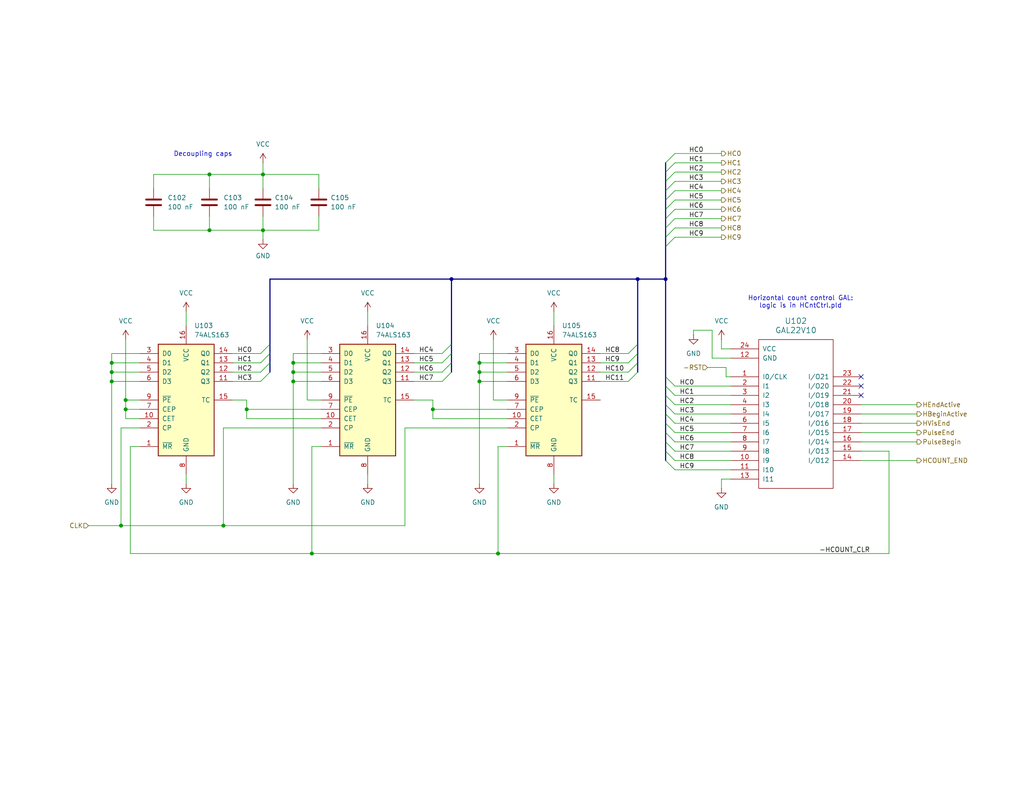
<source format=kicad_sch>
(kicad_sch (version 20231120) (generator "eeschema") (generator_version "8.0")
  (paper "USLetter")
  (title_block (title "Horizontal count") (company "daveho hacks"))
  (lib_symbols
    (symbol "74xx:74LS163" (pin_names (offset 1.016))
      (property "Reference" "U" (at -7.62 16.51 0))
      (property "Value" "74LS163" (at -7.62 -16.51 0))
      (symbol "74LS163_1_0"
        (pin input line (at -12.7 -12.7 0) (length 5.08) (name "~{MR}") (number "1"))
        (pin input line (at -12.7 -5.08 0) (length 5.08) (name "CET") (number "10"))
        (pin output line (at 12.7 5.08 180) (length 5.08) (name "Q3") (number "11"))
        (pin output line (at 12.7 7.62 180) (length 5.08) (name "Q2") (number "12"))
        (pin output line (at 12.7 10.16 180) (length 5.08) (name "Q1") (number "13"))
        (pin output line (at 12.7 12.7 180) (length 5.08) (name "Q0") (number "14"))
        (pin output line (at 12.7 0 180) (length 5.08) (name "TC") (number "15"))
        (pin power_in line (at 0 20.32 270) (length 5.08) (name "VCC") (number "16"))
        (pin input line (at -12.7 -7.62 0) (length 5.08) (name "CP") (number "2"))
        (pin input line (at -12.7 12.7 0) (length 5.08) (name "D0") (number "3"))
        (pin input line (at -12.7 10.16 0) (length 5.08) (name "D1") (number "4"))
        (pin input line (at -12.7 7.62 0) (length 5.08) (name "D2") (number "5"))
        (pin input line (at -12.7 5.08 0) (length 5.08) (name "D3") (number "6"))
        (pin input line (at -12.7 -2.54 0) (length 5.08) (name "CEP") (number "7"))
        (pin power_in line (at 0 -20.32 90) (length 5.08) (name "GND") (number "8"))
        (pin input line (at -12.7 0 0) (length 5.08) (name "~{PE}") (number "9"))
      )
      (symbol "74LS163_1_1"
        (rectangle (start -7.62 15.24) (end 7.62 -15.24) (stroke (width 0.254)) (fill (type background)))
      )
    )
    (symbol "Device:C" (pin_numbers hide) (pin_names (offset 0.254))
      (property "Reference" "C" (at 0.635 2.54 0))
      (property "Value" "C" (at 0.635 -2.54 0))
      (symbol "C_0_1"
        (polyline (pts (xy -2.032 -0.762) (xy 2.032 -0.762)) (stroke (width 0.508)))
        (polyline (pts (xy -2.032 0.762) (xy 2.032 0.762)) (stroke (width 0.508)))
      )
      (symbol "C_1_1"
        (pin passive line (at 0 3.81 270) (length 2.794) (name "~") (number "1"))
        (pin passive line (at 0 -3.81 90) (length 2.794) (name "~") (number "2"))
      )
    )
    (symbol "GND_1" (power) (pin_numbers hide) (pin_names (offset 0) hide)
      (property "Value" "GND" (at 0 -3.81 0))
      (symbol "GND_1_0_1"
        (polyline (pts (xy 0 0) (xy 0 -1.27) (xy 1.27 -1.27) (xy 0 -2.54) (xy -1.27 -1.27) (xy 0 -1.27)))
      )
      (symbol "GND_1_1_1"
        (pin power_in line (at 0 0 270) (length 0) (name "~") (number "1"))
      )
    )
    (symbol "GND_2" (power) (pin_numbers hide) (pin_names (offset 0) hide)
      (property "Value" "GND" (at 0 -3.81 0))
      (symbol "GND_2_0_1"
        (polyline (pts (xy 0 0) (xy 0 -1.27) (xy 1.27 -1.27) (xy 0 -2.54) (xy -1.27 -1.27) (xy 0 -1.27)))
      )
      (symbol "GND_2_1_1"
        (pin power_in line (at 0 0 270) (length 0) (name "~") (number "1"))
      )
    )
    (symbol "VCC_1" (power) (pin_numbers hide) (pin_names (offset 0) hide)
      (property "Value" "VCC" (at 0 3.556 0))
      (symbol "VCC_1_0_1"
        (polyline (pts (xy -0.762 1.27) (xy 0 2.54)))
        (polyline (pts (xy 0 0) (xy 0 2.54)))
        (polyline (pts (xy 0 2.54) (xy 0.762 1.27)))
      )
      (symbol "VCC_1_1_1"
        (pin power_in line (at 0 0 90) (length 0) (name "~") (number "1"))
      )
    )
    (symbol "power:GND" (power) (pin_names (offset 0))
      (property "Value" "GND" (at 0 -3.81 0))
      (symbol "GND_0_1"
        (polyline (pts (xy 0 0) (xy 0 -1.27) (xy 1.27 -1.27) (xy 0 -2.54) (xy -1.27 -1.27) (xy 0 -1.27)))
      )
      (symbol "GND_1_1"
        (pin power_in line (at 0 0 270) (length 0) hide (name "GND") (number "1"))
      )
    )
    (symbol "power:VCC" (power) (pin_names (offset 0))
      (property "Value" "VCC" (at 0 3.81 0))
      (symbol "VCC_0_1"
        (polyline (pts (xy -0.762 1.27) (xy 0 2.54)))
        (polyline (pts (xy 0 0) (xy 0 2.54)))
        (polyline (pts (xy 0 2.54) (xy 0.762 1.27)))
      )
      (symbol "VCC_1_1"
        (pin power_in line (at 0 0 90) (length 0) hide (name "VCC") (number "1"))
      )
    )
    (symbol "ya68k:GAL22V10" (pin_names (offset 1.016))
      (property "Reference" "U" (at -1.27 20.32 0))
      (property "Value" "GAL22V10" (at 0 -24.13 0))
      (symbol "GAL22V10_0_1"
        (rectangle (start -10.16 19.05) (end 10.16 -21.59))
      )
      (symbol "GAL22V10_1_1"
        (pin input line (at -17.78 8.89 0) (length 7.62) (name "I0/CLK") (number "1"))
        (pin input line (at -17.78 -13.97 0) (length 7.62) (name "I9") (number "10"))
        (pin input line (at -17.78 -16.51 0) (length 7.62) (name "I10") (number "11"))
        (pin power_in line (at -17.78 13.97 0) (length 7.62) (name "GND") (number "12"))
        (pin input line (at -17.78 -19.05 0) (length 7.62) (name "I11") (number "13"))
        (pin bidirectional line (at 17.78 -13.97 180) (length 7.62) (name "I/O12") (number "14"))
        (pin bidirectional line (at 17.78 -11.43 180) (length 7.62) (name "I/O13") (number "15"))
        (pin bidirectional line (at 17.78 -8.89 180) (length 7.62) (name "I/O14") (number "16"))
        (pin bidirectional line (at 17.78 -6.35 180) (length 7.62) (name "I/O15") (number "17"))
        (pin bidirectional line (at 17.78 -3.81 180) (length 7.62) (name "I/O16") (number "18"))
        (pin bidirectional line (at 17.78 -1.27 180) (length 7.62) (name "I/O17") (number "19"))
        (pin input line (at -17.78 6.35 0) (length 7.62) (name "I1") (number "2"))
        (pin bidirectional line (at 17.78 1.27 180) (length 7.62) (name "I/O18") (number "20"))
        (pin bidirectional line (at 17.78 3.81 180) (length 7.62) (name "I/O19") (number "21"))
        (pin bidirectional line (at 17.78 6.35 180) (length 7.62) (name "I/O20") (number "22"))
        (pin bidirectional line (at 17.78 8.89 180) (length 7.62) (name "I/O21") (number "23"))
        (pin power_in line (at -17.78 16.51 0) (length 7.62) (name "VCC") (number "24"))
        (pin input line (at -17.78 3.81 0) (length 7.62) (name "I2") (number "3"))
        (pin input line (at -17.78 1.27 0) (length 7.62) (name "I3") (number "4"))
        (pin input line (at -17.78 -1.27 0) (length 7.62) (name "I4") (number "5"))
        (pin input line (at -17.78 -3.81 0) (length 7.62) (name "I5") (number "6"))
        (pin input line (at -17.78 -6.35 0) (length 7.62) (name "I6") (number "7"))
        (pin input line (at -17.78 -8.89 0) (length 7.62) (name "I7") (number "8"))
        (pin input line (at -17.78 -11.43 0) (length 7.62) (name "I8") (number "9"))
      )
    )
  )
  (junction (at 130.81 101.6))
  (junction (at 33.02 143.51))
  (junction (at 173.99 76.2))
  (junction (at 135.89 151.13))
  (junction (at 118.11 111.76))
  (junction (at 34.29 109.22))
  (junction (at 71.755 47.625))
  (junction (at 60.96 143.51))
  (junction (at 80.01 99.06))
  (junction (at 80.01 104.14))
  (junction (at 130.81 104.14))
  (junction (at 130.81 99.06))
  (junction (at 30.48 104.14))
  (junction (at 67.31 111.76))
  (junction (at 80.01 101.6))
  (junction (at 34.29 111.76))
  (junction (at 30.48 101.6))
  (junction (at 30.48 99.06))
  (junction (at 57.15 62.865))
  (junction (at 85.09 151.13))
  (junction (at 57.15 47.625))
  (junction (at 181.61 76.2))
  (junction (at 123.19 76.2))
  (junction (at 71.755 62.865))
  (no_connect (at 234.95 105.41))
  (no_connect (at 234.95 102.87))
  (no_connect (at 234.95 107.95))
  (bus_entry (at 181.61 44.45) (size 2.54 -2.54))
  (bus_entry (at 181.61 64.77) (size 2.54 -2.54))
  (bus_entry (at 171.45 104.14) (size 2.54 -2.54))
  (bus_entry (at 181.61 62.23) (size 2.54 -2.54))
  (bus_entry (at 181.61 52.07) (size 2.54 -2.54))
  (bus_entry (at 181.61 125.73) (size 2.54 2.54))
  (bus_entry (at 171.45 96.52) (size 2.54 -2.54))
  (bus_entry (at 181.61 120.65) (size 2.54 2.54))
  (bus_entry (at 181.61 57.15) (size 2.54 -2.54))
  (bus_entry (at 71.12 96.52) (size 2.54 -2.54))
  (bus_entry (at 171.45 101.6) (size 2.54 -2.54))
  (bus_entry (at 71.12 99.06) (size 2.54 -2.54))
  (bus_entry (at 120.65 101.6) (size 2.54 -2.54))
  (bus_entry (at 181.61 118.11) (size 2.54 2.54))
  (bus_entry (at 181.61 115.57) (size 2.54 2.54))
  (bus_entry (at 181.61 123.19) (size 2.54 2.54))
  (bus_entry (at 181.61 105.41) (size 2.54 2.54))
  (bus_entry (at 181.61 113.03) (size 2.54 2.54))
  (bus_entry (at 71.12 101.6) (size 2.54 -2.54))
  (bus_entry (at 181.61 49.53) (size 2.54 -2.54))
  (bus_entry (at 71.12 104.14) (size 2.54 -2.54))
  (bus_entry (at 120.65 96.52) (size 2.54 -2.54))
  (bus_entry (at 181.61 110.49) (size 2.54 2.54))
  (bus_entry (at 181.61 107.95) (size 2.54 2.54))
  (bus_entry (at 181.61 59.69) (size 2.54 -2.54))
  (bus_entry (at 120.65 99.06) (size 2.54 -2.54))
  (bus_entry (at 181.61 46.99) (size 2.54 -2.54))
  (bus_entry (at 120.65 104.14) (size 2.54 -2.54))
  (bus_entry (at 181.61 54.61) (size 2.54 -2.54))
  (bus_entry (at 171.45 99.06) (size 2.54 -2.54))
  (bus_entry (at 184.15 105.41) (size -2.54 -2.54))
  (bus_entry (at 181.61 67.31) (size 2.54 -2.54))
  (wire (pts (xy 138.43 96.52) (xy 130.81 96.52)))
  (wire (pts (xy 151.13 129.54) (xy 151.13 132.08)))
  (wire (pts (xy 110.49 116.84) (xy 110.49 143.51)))
  (wire (pts (xy 30.48 96.52) (xy 30.48 99.06)))
  (bus (pts (xy 181.61 115.57) (xy 181.61 118.11)))
  (bus (pts (xy 73.66 93.98) (xy 73.66 76.2)))
  (bus (pts (xy 181.61 105.41) (xy 181.61 107.95)))
  (bus (pts (xy 123.19 99.06) (xy 123.19 101.6)))
  (wire (pts (xy 86.995 47.625) (xy 71.755 47.625)))
  (bus (pts (xy 181.61 52.07) (xy 181.61 54.61)))
  (wire (pts (xy 38.1 114.3) (xy 34.29 114.3)))
  (wire (pts (xy 85.09 151.13) (xy 85.09 121.92)))
  (wire (pts (xy 184.15 49.53) (xy 196.85 49.53)))
  (wire (pts (xy 57.15 47.625) (xy 71.755 47.625)))
  (wire (pts (xy 184.15 59.69) (xy 196.85 59.69)))
  (wire (pts (xy 198.12 102.87) (xy 199.39 102.87)))
  (wire (pts (xy 163.83 104.14) (xy 171.45 104.14)))
  (wire (pts (xy 234.95 115.57) (xy 250.19 115.57)))
  (wire (pts (xy 130.81 99.06) (xy 138.43 99.06)))
  (bus (pts (xy 73.66 76.2) (xy 123.19 76.2)))
  (wire (pts (xy 41.91 51.435) (xy 41.91 47.625)))
  (wire (pts (xy 184.15 125.73) (xy 199.39 125.73)))
  (wire (pts (xy 60.96 143.51) (xy 33.02 143.51)))
  (wire (pts (xy 118.11 109.22) (xy 118.11 111.76)))
  (wire (pts (xy 130.81 104.14) (xy 138.43 104.14)))
  (wire (pts (xy 184.15 52.07) (xy 196.85 52.07)))
  (wire (pts (xy 57.15 47.625) (xy 57.15 51.435)))
  (bus (pts (xy 73.66 96.52) (xy 73.66 93.98)))
  (wire (pts (xy 184.15 46.99) (xy 196.85 46.99)))
  (wire (pts (xy 135.89 151.13) (xy 135.89 121.92)))
  (bus (pts (xy 181.61 46.99) (xy 181.61 49.53)))
  (wire (pts (xy 184.15 120.65) (xy 199.39 120.65)))
  (bus (pts (xy 181.61 59.69) (xy 181.61 62.23)))
  (bus (pts (xy 181.61 64.77) (xy 181.61 67.31)))
  (wire (pts (xy 163.83 99.06) (xy 171.45 99.06)))
  (wire (pts (xy 194.31 97.79) (xy 194.31 90.17)))
  (bus (pts (xy 173.99 96.52) (xy 173.99 99.06)))
  (wire (pts (xy 184.15 113.03) (xy 199.39 113.03)))
  (wire (pts (xy 242.57 151.13) (xy 135.89 151.13)))
  (wire (pts (xy 71.755 59.055) (xy 71.755 62.865)))
  (wire (pts (xy 34.29 92.71) (xy 34.29 109.22)))
  (wire (pts (xy 85.09 151.13) (xy 135.89 151.13)))
  (wire (pts (xy 113.03 96.52) (xy 120.65 96.52)))
  (wire (pts (xy 38.1 111.76) (xy 34.29 111.76)))
  (wire (pts (xy 86.995 59.055) (xy 86.995 62.865)))
  (bus (pts (xy 173.99 99.06) (xy 173.99 101.6)))
  (wire (pts (xy 83.82 92.71) (xy 83.82 109.22)))
  (bus (pts (xy 181.61 57.15) (xy 181.61 59.69)))
  (wire (pts (xy 80.01 101.6) (xy 87.63 101.6)))
  (bus (pts (xy 181.61 107.95) (xy 181.61 110.49)))
  (wire (pts (xy 135.89 121.92) (xy 138.43 121.92)))
  (bus (pts (xy 181.61 44.45) (xy 181.61 46.99)))
  (wire (pts (xy 184.15 107.95) (xy 199.39 107.95)))
  (wire (pts (xy 50.8 129.54) (xy 50.8 132.08)))
  (bus (pts (xy 123.19 93.98) (xy 123.19 96.52)))
  (wire (pts (xy 113.03 101.6) (xy 120.65 101.6)))
  (wire (pts (xy 71.755 62.865) (xy 71.755 65.405)))
  (bus (pts (xy 181.61 62.23) (xy 181.61 64.77)))
  (wire (pts (xy 234.95 110.49) (xy 250.19 110.49)))
  (wire (pts (xy 35.56 151.13) (xy 35.56 121.92)))
  (wire (pts (xy 130.81 101.6) (xy 130.81 104.14)))
  (wire (pts (xy 134.62 92.71) (xy 134.62 109.22)))
  (wire (pts (xy 57.15 62.865) (xy 71.755 62.865)))
  (bus (pts (xy 181.61 102.87) (xy 181.61 105.41)))
  (wire (pts (xy 57.15 59.055) (xy 57.15 62.865)))
  (wire (pts (xy 100.33 129.54) (xy 100.33 132.08)))
  (wire (pts (xy 60.96 116.84) (xy 60.96 143.51)))
  (wire (pts (xy 118.11 111.76) (xy 138.43 111.76)))
  (wire (pts (xy 87.63 96.52) (xy 80.01 96.52)))
  (wire (pts (xy 41.91 59.055) (xy 41.91 62.865)))
  (wire (pts (xy 41.91 47.625) (xy 57.15 47.625)))
  (wire (pts (xy 35.56 121.92) (xy 38.1 121.92)))
  (wire (pts (xy 234.95 118.11) (xy 250.19 118.11)))
  (wire (pts (xy 100.33 85.09) (xy 100.33 88.9)))
  (wire (pts (xy 34.29 114.3) (xy 34.29 111.76)))
  (bus (pts (xy 181.61 120.65) (xy 181.61 123.19)))
  (bus (pts (xy 181.61 54.61) (xy 181.61 57.15)))
  (wire (pts (xy 113.03 104.14) (xy 120.65 104.14)))
  (wire (pts (xy 184.15 123.19) (xy 199.39 123.19)))
  (wire (pts (xy 30.48 101.6) (xy 30.48 104.14)))
  (wire (pts (xy 67.31 114.3) (xy 67.31 111.76)))
  (wire (pts (xy 138.43 114.3) (xy 118.11 114.3)))
  (wire (pts (xy 130.81 99.06) (xy 130.81 101.6)))
  (wire (pts (xy 184.15 44.45) (xy 196.85 44.45)))
  (bus (pts (xy 123.19 76.2) (xy 173.99 76.2)))
  (wire (pts (xy 33.02 116.84) (xy 38.1 116.84)))
  (wire (pts (xy 130.81 101.6) (xy 138.43 101.6)))
  (wire (pts (xy 184.15 41.91) (xy 196.85 41.91)))
  (bus (pts (xy 181.61 67.31) (xy 181.61 76.2)))
  (wire (pts (xy 71.755 44.45) (xy 71.755 47.625)))
  (bus (pts (xy 181.61 110.49) (xy 181.61 113.03)))
  (wire (pts (xy 196.85 92.71) (xy 196.85 95.25)))
  (wire (pts (xy 87.63 114.3) (xy 67.31 114.3)))
  (wire (pts (xy 193.04 100.33) (xy 198.12 100.33)))
  (wire (pts (xy 63.5 99.06) (xy 71.12 99.06)))
  (wire (pts (xy 189.23 90.17) (xy 189.23 91.44)))
  (wire (pts (xy 194.31 97.79) (xy 199.39 97.79)))
  (wire (pts (xy 242.57 123.19) (xy 242.57 151.13)))
  (wire (pts (xy 50.8 85.09) (xy 50.8 88.9)))
  (bus (pts (xy 173.99 76.2) (xy 181.61 76.2)))
  (wire (pts (xy 87.63 109.22) (xy 83.82 109.22)))
  (wire (pts (xy 34.29 111.76) (xy 34.29 109.22)))
  (wire (pts (xy 234.95 125.73) (xy 250.19 125.73)))
  (wire (pts (xy 80.01 96.52) (xy 80.01 99.06)))
  (wire (pts (xy 67.31 111.76) (xy 87.63 111.76)))
  (wire (pts (xy 184.15 118.11) (xy 199.39 118.11)))
  (wire (pts (xy 118.11 114.3) (xy 118.11 111.76)))
  (wire (pts (xy 199.39 95.25) (xy 196.85 95.25)))
  (wire (pts (xy 184.15 62.23) (xy 196.85 62.23)))
  (wire (pts (xy 196.85 130.81) (xy 196.85 133.35)))
  (bus (pts (xy 123.19 96.52) (xy 123.19 99.06)))
  (wire (pts (xy 163.83 96.52) (xy 171.45 96.52)))
  (wire (pts (xy 35.56 151.13) (xy 85.09 151.13)))
  (wire (pts (xy 234.95 123.19) (xy 242.57 123.19)))
  (wire (pts (xy 130.81 104.14) (xy 130.81 132.08)))
  (wire (pts (xy 110.49 143.51) (xy 60.96 143.51)))
  (wire (pts (xy 113.03 99.06) (xy 120.65 99.06)))
  (wire (pts (xy 67.31 109.22) (xy 67.31 111.76)))
  (wire (pts (xy 38.1 109.22) (xy 34.29 109.22)))
  (wire (pts (xy 199.39 130.81) (xy 196.85 130.81)))
  (wire (pts (xy 30.48 99.06) (xy 38.1 99.06)))
  (bus (pts (xy 173.99 76.2) (xy 173.99 93.98)))
  (bus (pts (xy 173.99 93.98) (xy 173.99 96.52)))
  (wire (pts (xy 30.48 104.14) (xy 38.1 104.14)))
  (wire (pts (xy 151.13 85.09) (xy 151.13 88.9)))
  (wire (pts (xy 138.43 116.84) (xy 110.49 116.84)))
  (wire (pts (xy 63.5 96.52) (xy 71.12 96.52)))
  (wire (pts (xy 234.95 113.03) (xy 250.19 113.03)))
  (wire (pts (xy 86.995 51.435) (xy 86.995 47.625)))
  (wire (pts (xy 41.91 62.865) (xy 57.15 62.865)))
  (wire (pts (xy 184.15 64.77) (xy 196.85 64.77)))
  (wire (pts (xy 87.63 116.84) (xy 60.96 116.84)))
  (bus (pts (xy 123.19 76.2) (xy 123.19 93.98)))
  (wire (pts (xy 198.12 100.33) (xy 198.12 102.87)))
  (wire (pts (xy 63.5 101.6) (xy 71.12 101.6)))
  (wire (pts (xy 184.15 115.57) (xy 199.39 115.57)))
  (wire (pts (xy 63.5 104.14) (xy 71.12 104.14)))
  (wire (pts (xy 184.15 54.61) (xy 196.85 54.61)))
  (wire (pts (xy 38.1 96.52) (xy 30.48 96.52)))
  (wire (pts (xy 163.83 101.6) (xy 171.45 101.6)))
  (wire (pts (xy 80.01 101.6) (xy 80.01 104.14)))
  (wire (pts (xy 113.03 109.22) (xy 118.11 109.22)))
  (bus (pts (xy 73.66 99.06) (xy 73.66 96.52)))
  (bus (pts (xy 181.61 118.11) (xy 181.61 120.65)))
  (wire (pts (xy 86.995 62.865) (xy 71.755 62.865)))
  (wire (pts (xy 85.09 121.92) (xy 87.63 121.92)))
  (wire (pts (xy 33.02 143.51) (xy 33.02 116.84)))
  (bus (pts (xy 181.61 76.2) (xy 181.61 102.87)))
  (wire (pts (xy 234.95 120.65) (xy 250.19 120.65)))
  (wire (pts (xy 80.01 104.14) (xy 80.01 132.08)))
  (wire (pts (xy 30.48 99.06) (xy 30.48 101.6)))
  (wire (pts (xy 80.01 104.14) (xy 87.63 104.14)))
  (wire (pts (xy 80.01 99.06) (xy 80.01 101.6)))
  (wire (pts (xy 30.48 104.14) (xy 30.48 132.08)))
  (bus (pts (xy 181.61 49.53) (xy 181.61 52.07)))
  (wire (pts (xy 30.48 101.6) (xy 38.1 101.6)))
  (wire (pts (xy 63.5 109.22) (xy 67.31 109.22)))
  (wire (pts (xy 71.755 47.625) (xy 71.755 51.435)))
  (bus (pts (xy 73.66 101.6) (xy 73.66 99.06)))
  (wire (pts (xy 24.13 143.51) (xy 33.02 143.51)))
  (wire (pts (xy 80.01 99.06) (xy 87.63 99.06)))
  (wire (pts (xy 184.15 128.27) (xy 199.39 128.27)))
  (wire (pts (xy 138.43 109.22) (xy 134.62 109.22)))
  (wire (pts (xy 194.31 90.17) (xy 189.23 90.17)))
  (wire (pts (xy 184.15 57.15) (xy 196.85 57.15)))
  (wire (pts (xy 184.15 105.41) (xy 199.39 105.41)))
  (wire (pts (xy 130.81 96.52) (xy 130.81 99.06)))
  (bus (pts (xy 181.61 113.03) (xy 181.61 115.57)))
  (wire (pts (xy 184.15 110.49) (xy 199.39 110.49)))
  (bus (pts (xy 181.61 123.19) (xy 181.61 125.73)))
  (text "Horizontal count control GAL:\nlogic is in HCntCtrl.pld" (at 218.44 82.55 0) (effects (font (size 1.27 1.27))))
  (text "Decoupling caps" (at 55.372 42.164 0) (effects (font (size 1.27 1.27))))
  (label "HC1" (at 185.42 107.95 0))
  (label "HC9" (at 185.42 128.27 0))
  (label "HC4" (at 114.3 96.52 0))
  (label "HC2" (at 64.77 101.6 0))
  (label "HC7" (at 114.3 104.14 0))
  (label "HC6" (at 187.96 57.15 0))
  (label "HC6" (at 114.3 101.6 0))
  (label "HC6" (at 185.42 120.65 0))
  (label "HC0" (at 187.96 41.91 0))
  (label "HC7" (at 187.96 59.69 0))
  (label "HC10" (at 165.1 101.6 0))
  (label "HC4" (at 185.42 115.57 0))
  (label "HC1" (at 187.96 44.45 0))
  (label "HC8" (at 165.1 96.52 0))
  (label "HC0" (at 185.42 105.41 0))
  (label "HC3" (at 185.42 113.03 0))
  (label "HC2" (at 187.96 46.99 0))
  (label "HC11" (at 165.1 104.14 0))
  (label "HC1" (at 64.77 99.06 0))
  (label "HC0" (at 64.77 96.52 0))
  (label "HC4" (at 187.96 52.07 0))
  (label "HC5" (at 185.42 118.11 0))
  (label "HC2" (at 185.42 110.49 0))
  (label "HC9" (at 187.96 64.77 0))
  (label "HC8" (at 187.96 62.23 0))
  (label "HC9" (at 165.1 99.06 0))
  (label "HC3" (at 64.77 104.14 0))
  (label "HC5" (at 187.96 54.61 0))
  (label "HC7" (at 185.42 123.19 0))
  (label "-HCOUNT_CLR" (at 223.52 151.13 0))
  (label "HC3" (at 187.96 49.53 0))
  (label "HC8" (at 185.42 125.73 0))
  (label "HC5" (at 114.3 99.06 0))
  (hierarchical_label "HC3" (shape output) (at 196.85 49.53 0))
  (hierarchical_label "HC2" (shape output) (at 196.85 46.99 0))
  (hierarchical_label "HC6" (shape output) (at 196.85 57.15 0))
  (hierarchical_label "HC7" (shape output) (at 196.85 59.69 0))
  (hierarchical_label "-RST" (shape input) (at 193.04 100.33 180))
  (hierarchical_label "HC4" (shape output) (at 196.85 52.07 0))
  (hierarchical_label "CLK" (shape input) (at 24.13 143.51 180))
  (hierarchical_label "HC9" (shape output) (at 196.85 64.77 0))
  (hierarchical_label "HC5" (shape output) (at 196.85 54.61 0))
  (hierarchical_label "HC8" (shape output) (at 196.85 62.23 0))
  (hierarchical_label "HEndActive" (shape output) (at 250.19 110.49 0))
  (hierarchical_label "HC0" (shape output) (at 196.85 41.91 0))
  (hierarchical_label "HVisEnd" (shape output) (at 250.19 115.57 0))
  (hierarchical_label "HCOUNT_END" (shape output) (at 250.19 125.73 0))
  (hierarchical_label "HBeginActive" (shape output) (at 250.19 113.03 0))
  (hierarchical_label "PulseBegin" (shape output) (at 250.19 120.65 0))
  (hierarchical_label "HC1" (shape output) (at 196.85 44.45 0))
  (hierarchical_label "PulseEnd" (shape output) (at 250.19 118.11 0))
  (symbol (lib_id "Device:C") (at 71.755 55.245 0) (unit 1)
    (property "Reference" "C104" (at 74.93 53.975 0) (effects (justify left)))
    (property "Value" "100 nF" (at 74.93 56.515 0) (effects (justify left)))
  )
  (symbol (lib_name "VCC_1") (lib_id "power:VCC") (at 196.85 92.71 0) (unit 1)
    (property "Reference" "#PWR03" (effects (hide yes)))
    (property "Value" "VCC" (at 196.85 87.63 0))
    (property "Description" "Power symbol creates a global label with name \"VCC\"" (effects (hide yes)))
  )
  (symbol (lib_id "power:VCC") (at 151.13 85.09 0) (unit 1)
    (property "Reference" "#PWR015" (effects (hide yes)))
    (property "Value" "VCC" (at 151.13 80.01 0))
  )
  (symbol (lib_id "power:VCC") (at 83.82 92.71 0) (unit 1)
    (property "Reference" "#PWR010" (effects (hide yes)))
    (property "Value" "VCC" (at 83.82 87.63 0))
  )
  (symbol (lib_id "Device:C") (at 57.15 55.245 0) (unit 1)
    (property "Reference" "C103" (at 60.96 53.975 0) (effects (justify left)))
    (property "Value" "100 nF" (at 60.96 56.515 0) (effects (justify left)))
  )
  (symbol (lib_id "power:GND") (at 30.48 132.08 0) (unit 1)
    (property "Reference" "#PWR05" (effects (hide yes)))
    (property "Value" "GND" (at 30.48 137.16 0))
  )
  (symbol (lib_id "74xx:74LS163") (at 50.8 109.22 0) (unit 1)
    (property "Reference" "U103" (at 52.9941 88.9 0) (effects (justify left)))
    (property "Value" "74ALS163" (at 52.9941 91.44 0) (effects (justify left)))
    (property "Datasheet" "http://www.ti.com/lit/gpn/sn74LS163" (effects (hide yes)))
  )
  (symbol (lib_id "power:GND") (at 80.01 132.08 0) (unit 1)
    (property "Reference" "#PWR09" (effects (hide yes)))
    (property "Value" "GND" (at 80.01 137.16 0))
  )
  (symbol (lib_id "ya68k:GAL22V10") (at 217.17 111.76 0) (unit 1)
    (property "Reference" "U102" (at 217.17 87.63 0) (effects (font (size 1.524 1.524))))
    (property "Value" "GAL22V10" (at 217.17 90.17 0) (effects (font (size 1.524 1.524))))
  )
  (symbol (lib_name "GND_2") (lib_id "power:GND") (at 196.85 133.35 0) (unit 1)
    (property "Reference" "#PWR017" (effects (hide yes)))
    (property "Value" "GND" (at 196.85 138.43 0))
    (property "Description" "Power symbol creates a global label with name \"GND\" , ground" (effects (hide yes)))
  )
  (symbol (lib_id "74xx:74LS163") (at 151.13 109.22 0) (unit 1)
    (property "Reference" "U105" (at 153.3241 88.9 0) (effects (justify left)))
    (property "Value" "74ALS163" (at 153.3241 91.44 0) (effects (justify left)))
    (property "Datasheet" "http://www.ti.com/lit/gpn/sn74LS163" (effects (hide yes)))
  )
  (symbol (lib_id "power:VCC") (at 34.29 92.71 0) (unit 1)
    (property "Reference" "#PWR06" (effects (hide yes)))
    (property "Value" "VCC" (at 34.29 87.63 0))
  )
  (symbol (lib_id "power:GND") (at 151.13 132.08 0) (unit 1)
    (property "Reference" "#PWR016" (effects (hide yes)))
    (property "Value" "GND" (at 151.13 137.16 0))
  )
  (symbol (lib_id "Device:C") (at 86.995 55.245 0) (unit 1)
    (property "Reference" "C105" (at 90.17 53.975 0) (effects (justify left)))
    (property "Value" "100 nF" (at 90.17 56.515 0) (effects (justify left)))
  )
  (symbol (lib_id "power:GND") (at 50.8 132.08 0) (unit 1)
    (property "Reference" "#PWR08" (effects (hide yes)))
    (property "Value" "GND" (at 50.8 137.16 0))
  )
  (symbol (lib_id "74xx:74LS163") (at 100.33 109.22 0) (unit 1)
    (property "Reference" "U104" (at 102.5241 88.9 0) (effects (justify left)))
    (property "Value" "74ALS163" (at 102.5241 91.44 0) (effects (justify left)))
    (property "Datasheet" "http://www.ti.com/lit/gpn/sn74LS163" (effects (hide yes)))
  )
  (symbol (lib_id "power:GND") (at 71.755 65.405 0) (unit 1)
    (property "Reference" "#PWR023" (effects (hide yes)))
    (property "Value" "GND" (at 71.755 69.85 0))
  )
  (symbol (lib_name "GND_1") (lib_id "power:GND") (at 189.23 91.44 0) (unit 1)
    (property "Reference" "#PWR04" (effects (hide yes)))
    (property "Value" "GND" (at 189.23 96.52 0))
    (property "Description" "Power symbol creates a global label with name \"GND\" , ground" (effects (hide yes)))
  )
  (symbol (lib_id "power:VCC") (at 100.33 85.09 0) (unit 1)
    (property "Reference" "#PWR011" (effects (hide yes)))
    (property "Value" "VCC" (at 100.33 80.01 0))
  )
  (symbol (lib_id "power:GND") (at 100.33 132.08 0) (unit 1)
    (property "Reference" "#PWR012" (effects (hide yes)))
    (property "Value" "GND" (at 100.33 137.16 0))
  )
  (symbol (lib_id "power:VCC") (at 50.8 85.09 0) (unit 1)
    (property "Reference" "#PWR07" (effects (hide yes)))
    (property "Value" "VCC" (at 50.8 80.01 0))
  )
  (symbol (lib_id "power:VCC") (at 134.62 92.71 0) (unit 1)
    (property "Reference" "#PWR014" (effects (hide yes)))
    (property "Value" "VCC" (at 134.62 87.63 0))
  )
  (symbol (lib_id "Device:C") (at 41.91 55.245 0) (unit 1)
    (property "Reference" "C102" (at 45.72 53.975 0) (effects (justify left)))
    (property "Value" "100 nF" (at 45.72 56.515 0) (effects (justify left)))
  )
  (symbol (lib_id "power:GND") (at 130.81 132.08 0) (unit 1)
    (property "Reference" "#PWR013" (effects (hide yes)))
    (property "Value" "GND" (at 130.81 137.16 0))
  )
  (symbol (lib_id "power:VCC") (at 71.755 44.45 0) (unit 1)
    (property "Reference" "#PWR022" (effects (hide yes)))
    (property "Value" "VCC" (at 71.755 39.37 0))
  )
)
</source>
